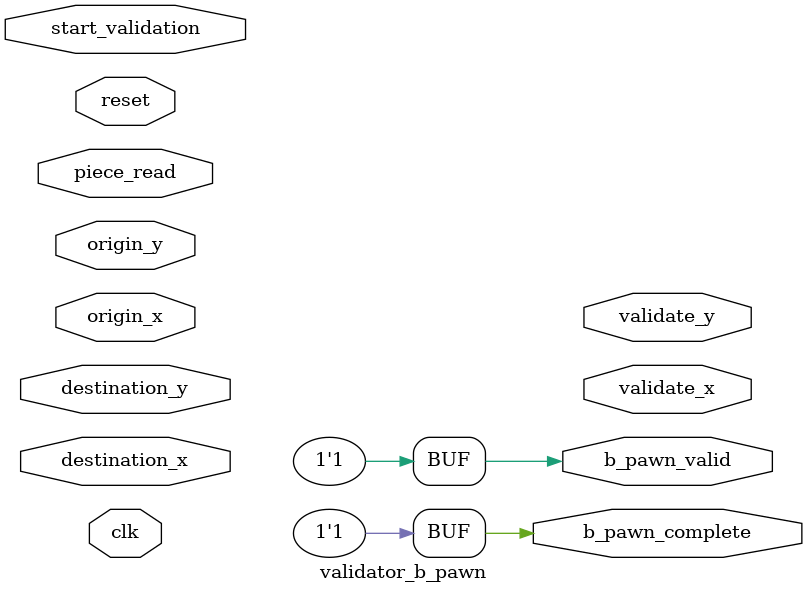
<source format=v>
module validator_b_pawn (
  input clk,
  input start_validation,
  output reg b_pawn_complete,
  input reset,
  input [2:0] origin_x, origin_y,
  input [2:0] destination_x, destination_y,
  input [3:0] piece_read,

  output [2:0] validate_x, validate_y,
  output reg b_pawn_valid
  );

  // to be done later
  always @ ( * ) begin
    b_pawn_valid = 1'b1;
	 b_pawn_complete = 1'b1;
  end
  
endmodule // validator_b_pawn

</source>
